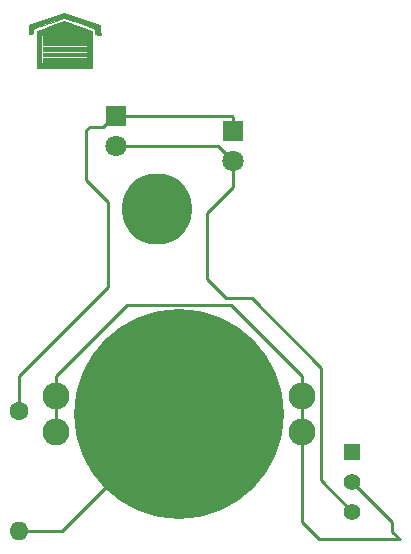
<source format=gbr>
G04 #@! TF.FileFunction,Copper,L2,Bot,Signal*
%FSLAX46Y46*%
G04 Gerber Fmt 4.6, Leading zero omitted, Abs format (unit mm)*
G04 Created by KiCad (PCBNEW 4.0.7) date 09/19/18 15:31:54*
%MOMM*%
%LPD*%
G01*
G04 APERTURE LIST*
%ADD10C,0.100000*%
%ADD11C,0.010000*%
%ADD12C,2.286000*%
%ADD13C,17.780000*%
%ADD14R,1.800000X1.800000*%
%ADD15C,1.800000*%
%ADD16C,1.600000*%
%ADD17O,1.600000X1.600000*%
%ADD18R,1.397000X1.397000*%
%ADD19C,1.397000*%
%ADD20O,6.000000X6.000000*%
%ADD21C,0.250000*%
G04 APERTURE END LIST*
D10*
D11*
G36*
X79328152Y-88142863D02*
X78991313Y-88263870D01*
X78673844Y-88378339D01*
X78406235Y-88475248D01*
X78218974Y-88543576D01*
X78184375Y-88556350D01*
X77914501Y-88656503D01*
X77914500Y-90207001D01*
X77914500Y-91757500D01*
X82613500Y-91757500D01*
X82613500Y-88963500D01*
X82169000Y-88963500D01*
X82169000Y-91376500D01*
X78295500Y-91376500D01*
X78295500Y-88963500D01*
X82169000Y-88963500D01*
X82613500Y-88963500D01*
X82613500Y-88663805D01*
X81407777Y-88246667D01*
X80202053Y-87829529D01*
X79328152Y-88142863D01*
X79328152Y-88142863D01*
G37*
X79328152Y-88142863D02*
X78991313Y-88263870D01*
X78673844Y-88378339D01*
X78406235Y-88475248D01*
X78218974Y-88543576D01*
X78184375Y-88556350D01*
X77914501Y-88656503D01*
X77914500Y-90207001D01*
X77914500Y-91757500D01*
X82613500Y-91757500D01*
X82613500Y-88963500D01*
X82169000Y-88963500D01*
X82169000Y-91376500D01*
X78295500Y-91376500D01*
X78295500Y-88963500D01*
X82169000Y-88963500D01*
X82613500Y-88963500D01*
X82613500Y-88663805D01*
X81407777Y-88246667D01*
X80202053Y-87829529D01*
X79328152Y-88142863D01*
G36*
X77216000Y-88155129D02*
X77216000Y-88527564D01*
X77218665Y-88735474D01*
X77236982Y-88846659D01*
X77286439Y-88891397D01*
X77382521Y-88899963D01*
X77406500Y-88900000D01*
X77535872Y-88886994D01*
X77587873Y-88821998D01*
X77597000Y-88684543D01*
X77594682Y-88612166D01*
X77597084Y-88555360D01*
X77618246Y-88507112D01*
X77672206Y-88460407D01*
X77773002Y-88408230D01*
X77934673Y-88343568D01*
X78171257Y-88259405D01*
X78496793Y-88148728D01*
X78925319Y-88004522D01*
X79025750Y-87970658D01*
X80232250Y-87563510D01*
X81549875Y-88017367D01*
X82867500Y-88471223D01*
X82867500Y-88717361D01*
X82874803Y-88876663D01*
X82919396Y-88946189D01*
X83035310Y-88963118D01*
X83092781Y-88963500D01*
X83318060Y-88963500D01*
X83299156Y-88574769D01*
X83280250Y-88186039D01*
X80237658Y-87124337D01*
X77216000Y-88155129D01*
X77216000Y-88155129D01*
G37*
X77216000Y-88155129D02*
X77216000Y-88527564D01*
X77218665Y-88735474D01*
X77236982Y-88846659D01*
X77286439Y-88891397D01*
X77382521Y-88899963D01*
X77406500Y-88900000D01*
X77535872Y-88886994D01*
X77587873Y-88821998D01*
X77597000Y-88684543D01*
X77594682Y-88612166D01*
X77597084Y-88555360D01*
X77618246Y-88507112D01*
X77672206Y-88460407D01*
X77773002Y-88408230D01*
X77934673Y-88343568D01*
X78171257Y-88259405D01*
X78496793Y-88148728D01*
X78925319Y-88004522D01*
X79025750Y-87970658D01*
X80232250Y-87563510D01*
X81549875Y-88017367D01*
X82867500Y-88471223D01*
X82867500Y-88717361D01*
X82874803Y-88876663D01*
X82919396Y-88946189D01*
X83035310Y-88963118D01*
X83092781Y-88963500D01*
X83318060Y-88963500D01*
X83299156Y-88574769D01*
X83280250Y-88186039D01*
X80237658Y-87124337D01*
X77216000Y-88155129D01*
G36*
X78422500Y-91249500D02*
X82042000Y-91249500D01*
X82042000Y-90932000D01*
X78422500Y-90932000D01*
X78422500Y-91249500D01*
X78422500Y-91249500D01*
G37*
X78422500Y-91249500D02*
X82042000Y-91249500D01*
X82042000Y-90932000D01*
X78422500Y-90932000D01*
X78422500Y-91249500D01*
G36*
X78422500Y-90805000D02*
X82042000Y-90805000D01*
X82042000Y-90487500D01*
X78422500Y-90487500D01*
X78422500Y-90805000D01*
X78422500Y-90805000D01*
G37*
X78422500Y-90805000D02*
X82042000Y-90805000D01*
X82042000Y-90487500D01*
X78422500Y-90487500D01*
X78422500Y-90805000D01*
G36*
X78422500Y-90360500D02*
X82042000Y-90360500D01*
X82042000Y-90043000D01*
X78422500Y-90043000D01*
X78422500Y-90360500D01*
X78422500Y-90360500D01*
G37*
X78422500Y-90360500D02*
X82042000Y-90360500D01*
X82042000Y-90043000D01*
X78422500Y-90043000D01*
X78422500Y-90360500D01*
G36*
X78422500Y-89852500D02*
X82042000Y-89852500D01*
X82042000Y-89535000D01*
X78422500Y-89535000D01*
X78422500Y-89852500D01*
X78422500Y-89852500D01*
G37*
X78422500Y-89852500D02*
X82042000Y-89852500D01*
X82042000Y-89535000D01*
X78422500Y-89535000D01*
X78422500Y-89852500D01*
G36*
X78422500Y-89408000D02*
X82042000Y-89408000D01*
X82042000Y-89090500D01*
X78422500Y-89090500D01*
X78422500Y-89408000D01*
X78422500Y-89408000D01*
G37*
X78422500Y-89408000D02*
X82042000Y-89408000D01*
X82042000Y-89090500D01*
X78422500Y-89090500D01*
X78422500Y-89408000D01*
D12*
X100354000Y-122594000D03*
X79526000Y-122594000D03*
X100354000Y-119546000D03*
X79526000Y-119546000D03*
D13*
X89940000Y-121070000D03*
D14*
X84630000Y-95860000D03*
D15*
X84630000Y-98400000D03*
D14*
X94550000Y-97120000D03*
D15*
X94550000Y-99660000D03*
D16*
X76430000Y-120810000D03*
D17*
X76430000Y-130970000D03*
D18*
X104600000Y-124270000D03*
D19*
X104600000Y-126810000D03*
X104600000Y-129350000D03*
D20*
X88110000Y-103760000D03*
D21*
X100354000Y-119546000D02*
X100354000Y-117845798D01*
X100354000Y-117845798D02*
X94363201Y-111854999D01*
X94363201Y-111854999D02*
X85516799Y-111854999D01*
X85516799Y-111854999D02*
X79526000Y-117845798D01*
X79526000Y-117845798D02*
X79526000Y-117929554D01*
X79526000Y-117929554D02*
X79526000Y-119546000D01*
X100354000Y-119546000D02*
X100354000Y-121162446D01*
X100354000Y-121162446D02*
X100354000Y-122594000D01*
X79526000Y-122594000D02*
X79526000Y-119546000D01*
X108010000Y-131040000D02*
X108010000Y-130220000D01*
X108010000Y-130220000D02*
X104600000Y-126810000D01*
X108670000Y-131700000D02*
X108010000Y-131040000D01*
X101790000Y-131700000D02*
X108670000Y-131700000D01*
X100354000Y-130264000D02*
X101790000Y-131700000D01*
X100354000Y-122594000D02*
X100354000Y-130264000D01*
X76430000Y-130970000D02*
X80040000Y-130970000D01*
X80040000Y-130970000D02*
X89940000Y-121070000D01*
X84630000Y-95860000D02*
X94440000Y-95860000D01*
X94440000Y-95860000D02*
X94550000Y-95970000D01*
X94550000Y-95970000D02*
X94550000Y-97120000D01*
X83920000Y-110370000D02*
X76430000Y-117860000D01*
X76430000Y-117860000D02*
X76430000Y-120810000D01*
X83920000Y-103100000D02*
X83920000Y-110370000D01*
X82090000Y-101270000D02*
X83920000Y-103100000D01*
X82090000Y-97050000D02*
X82090000Y-101270000D01*
X82390000Y-96750000D02*
X82090000Y-97050000D01*
X83560000Y-96750000D02*
X82390000Y-96750000D01*
X83910000Y-96400000D02*
X83560000Y-96750000D01*
X85060000Y-96400000D02*
X83910000Y-96400000D01*
X83910000Y-96400000D02*
X83850000Y-96460000D01*
X92290000Y-108400000D02*
X92290000Y-108560000D01*
X92290000Y-108560000D02*
X92290000Y-109670000D01*
X94550000Y-101850000D02*
X92290000Y-104110000D01*
X92290000Y-104110000D02*
X92290000Y-108560000D01*
X94550000Y-99660000D02*
X94550000Y-101850000D01*
X84630000Y-98400000D02*
X93290000Y-98400000D01*
X93290000Y-98400000D02*
X94550000Y-99660000D01*
X101970000Y-117160000D02*
X101970000Y-126720000D01*
X101970000Y-126720000D02*
X104600000Y-129350000D01*
X96100000Y-111290000D02*
X101970000Y-117160000D01*
X93910000Y-111290000D02*
X96100000Y-111290000D01*
X92290000Y-109670000D02*
X93910000Y-111290000D01*
M02*

</source>
